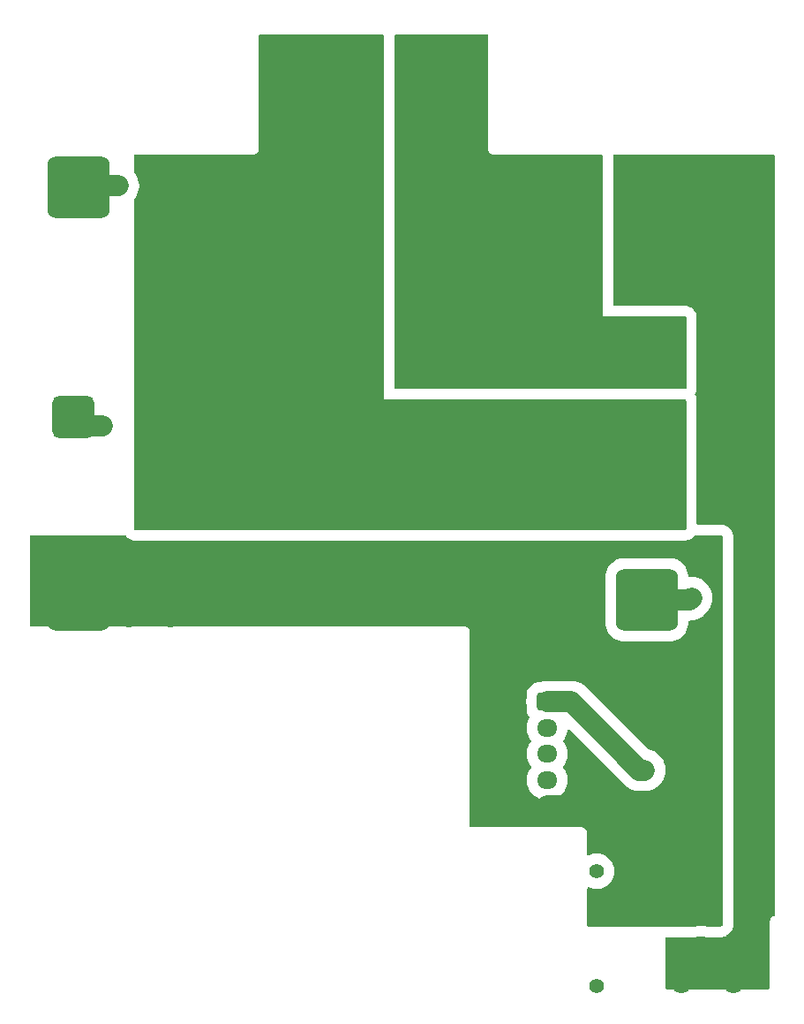
<source format=gtl>
G04 #@! TF.GenerationSoftware,KiCad,Pcbnew,9.0.5*
G04 #@! TF.CreationDate,2025-12-18T19:52:08+01:00*
G04 #@! TF.ProjectId,peak-ignitor-box-bms,7065616b-2d69-4676-9e69-746f722d626f,rev?*
G04 #@! TF.SameCoordinates,Original*
G04 #@! TF.FileFunction,Copper,L1,Top*
G04 #@! TF.FilePolarity,Positive*
%FSLAX46Y46*%
G04 Gerber Fmt 4.6, Leading zero omitted, Abs format (unit mm)*
G04 Created by KiCad (PCBNEW 9.0.5) date 2025-12-18 19:52:08*
%MOMM*%
%LPD*%
G01*
G04 APERTURE LIST*
G04 Aperture macros list*
%AMRoundRect*
0 Rectangle with rounded corners*
0 $1 Rounding radius*
0 $2 $3 $4 $5 $6 $7 $8 $9 X,Y pos of 4 corners*
0 Add a 4 corners polygon primitive as box body*
4,1,4,$2,$3,$4,$5,$6,$7,$8,$9,$2,$3,0*
0 Add four circle primitives for the rounded corners*
1,1,$1+$1,$2,$3*
1,1,$1+$1,$4,$5*
1,1,$1+$1,$6,$7*
1,1,$1+$1,$8,$9*
0 Add four rect primitives between the rounded corners*
20,1,$1+$1,$2,$3,$4,$5,0*
20,1,$1+$1,$4,$5,$6,$7,0*
20,1,$1+$1,$6,$7,$8,$9,0*
20,1,$1+$1,$8,$9,$2,$3,0*%
G04 Aperture macros list end*
G04 #@! TA.AperFunction,ComponentPad*
%ADD10C,7.500000*%
G04 #@! TD*
G04 #@! TA.AperFunction,ComponentPad*
%ADD11RoundRect,0.250000X-0.725000X0.600000X-0.725000X-0.600000X0.725000X-0.600000X0.725000X0.600000X0*%
G04 #@! TD*
G04 #@! TA.AperFunction,ComponentPad*
%ADD12O,1.950000X1.700000*%
G04 #@! TD*
G04 #@! TA.AperFunction,SMDPad,CuDef*
%ADD13RoundRect,0.900000X-2.100000X-2.100000X2.100000X-2.100000X2.100000X2.100000X-2.100000X2.100000X0*%
G04 #@! TD*
G04 #@! TA.AperFunction,SMDPad,CuDef*
%ADD14RoundRect,0.600000X-1.400000X-1.400000X1.400000X-1.400000X1.400000X1.400000X-1.400000X1.400000X0*%
G04 #@! TD*
G04 #@! TA.AperFunction,ComponentPad*
%ADD15C,1.400000*%
G04 #@! TD*
G04 #@! TA.AperFunction,ComponentPad*
%ADD16RoundRect,0.770000X0.980000X-0.980000X0.980000X0.980000X-0.980000X0.980000X-0.980000X-0.980000X0*%
G04 #@! TD*
G04 #@! TA.AperFunction,ComponentPad*
%ADD17C,3.500000*%
G04 #@! TD*
G04 #@! TA.AperFunction,ViaPad*
%ADD18C,1.800000*%
G04 #@! TD*
G04 #@! TA.AperFunction,Conductor*
%ADD19C,2.000000*%
G04 #@! TD*
G04 APERTURE END LIST*
D10*
X115996592Y-27990385D03*
X127981116Y-27996701D03*
D11*
X138150000Y-85950000D03*
D12*
X138150000Y-88450000D03*
X138150000Y-90950000D03*
X138150000Y-93450000D03*
X138150000Y-95950000D03*
D13*
X147723869Y-52685129D03*
X147723869Y-60685129D03*
X93223869Y-76185129D03*
X147723869Y-76185129D03*
D14*
X92723869Y-58685129D03*
D13*
X93223869Y-36685129D03*
X147723869Y-36685129D03*
D15*
X142909018Y-113195107D03*
X142909018Y-102195107D03*
D16*
X152909018Y-105195107D03*
D17*
X152909018Y-110195107D03*
D18*
X136000000Y-54000000D03*
X136000000Y-50000000D03*
X146000000Y-67000000D03*
X148000000Y-65000000D03*
X144000000Y-65000000D03*
X138000000Y-67000000D03*
X142000000Y-67000000D03*
X140000000Y-65000000D03*
X138000000Y-63000000D03*
X142000000Y-63000000D03*
X140000000Y-61000000D03*
X138000000Y-59000000D03*
X142000000Y-59000000D03*
X138000000Y-48000000D03*
X138000000Y-52000000D03*
X142000000Y-48000000D03*
X140000000Y-50000000D03*
X140000000Y-54000000D03*
X144000000Y-54000000D03*
X142000000Y-52000000D03*
X144000000Y-50000000D03*
X157000000Y-92500000D03*
X147500000Y-92500000D03*
X97000000Y-36500000D03*
X95500000Y-59500000D03*
X152000000Y-76000000D03*
X158000000Y-107000000D03*
X151000000Y-113000000D03*
X150000000Y-105000000D03*
X152000000Y-98000000D03*
X154000000Y-100000000D03*
X150000000Y-100000000D03*
X152000000Y-102000000D03*
X98000000Y-78000000D03*
X102000000Y-78000000D03*
X104000000Y-76000000D03*
X102000000Y-74000000D03*
X100000000Y-76000000D03*
X98000000Y-74000000D03*
X158000000Y-111000000D03*
X156000000Y-109000000D03*
X156000000Y-113000000D03*
X146000000Y-41000000D03*
X148000000Y-43000000D03*
X150000000Y-41000000D03*
X152000000Y-43000000D03*
X156000000Y-43000000D03*
X158000000Y-41000000D03*
X154000000Y-41000000D03*
X152000000Y-39000000D03*
X156000000Y-39000000D03*
X158000000Y-37000000D03*
X156000000Y-35000000D03*
X154000000Y-37000000D03*
X152000000Y-35000000D03*
D19*
X151814871Y-76185129D02*
X152000000Y-76000000D01*
X147723869Y-76185129D02*
X151814871Y-76185129D01*
X145500000Y-91000000D02*
X147000000Y-92500000D01*
X147000000Y-92500000D02*
X147500000Y-92500000D01*
X138150000Y-85950000D02*
X140450000Y-85950000D01*
X140450000Y-85950000D02*
X145500000Y-91000000D01*
X97000000Y-36500000D02*
X93408998Y-36500000D01*
X93408998Y-36500000D02*
X93223869Y-36685129D01*
X93538740Y-59500000D02*
X92723869Y-58685129D01*
X95500000Y-59500000D02*
X93538740Y-59500000D01*
X138150000Y-95950000D02*
X145950000Y-95950000D01*
X145950000Y-95950000D02*
X150000000Y-100000000D01*
G04 #@! TA.AperFunction,Conductor*
G36*
X159943039Y-33520185D02*
G01*
X159988794Y-33572989D01*
X160000000Y-33624500D01*
X160000000Y-106386696D01*
X159980315Y-106453735D01*
X159927511Y-106499490D01*
X159908097Y-106506469D01*
X159866853Y-106517520D01*
X159806812Y-106533608D01*
X159692686Y-106599500D01*
X159692683Y-106599502D01*
X159599502Y-106692683D01*
X159599500Y-106692686D01*
X159533608Y-106806812D01*
X159499500Y-106934108D01*
X159499500Y-113376000D01*
X159479815Y-113443039D01*
X159427011Y-113488794D01*
X159375500Y-113500000D01*
X149624000Y-113500000D01*
X149556961Y-113480315D01*
X149511206Y-113427511D01*
X149500000Y-113376000D01*
X149500000Y-108629500D01*
X149519685Y-108562461D01*
X149572489Y-108516706D01*
X149624000Y-108505500D01*
X152342432Y-108505500D01*
X152342447Y-108505500D01*
X152455040Y-108499176D01*
X152482630Y-108496067D01*
X152571732Y-108480928D01*
X152593757Y-108477186D01*
X152593758Y-108477185D01*
X152593774Y-108477183D01*
X152609493Y-108473595D01*
X152623185Y-108471269D01*
X152804090Y-108450886D01*
X152817973Y-108450107D01*
X153000056Y-108450107D01*
X153013939Y-108450887D01*
X153194852Y-108471270D01*
X153208557Y-108473598D01*
X153224253Y-108477181D01*
X153335409Y-108496068D01*
X153362571Y-108499128D01*
X153362964Y-108499173D01*
X153363000Y-108499177D01*
X153475589Y-108505500D01*
X153475606Y-108505500D01*
X154790829Y-108505500D01*
X154790832Y-108505500D01*
X154832808Y-108504623D01*
X154841054Y-108504278D01*
X154841059Y-108504278D01*
X154841680Y-108504252D01*
X154841681Y-108504253D01*
X154842195Y-108504232D01*
X154842199Y-108504231D01*
X154842720Y-108504210D01*
X154843128Y-108504194D01*
X154869716Y-108503193D01*
X154870053Y-108502986D01*
X154889874Y-108499277D01*
X154967530Y-108491209D01*
X154967534Y-108491208D01*
X154967756Y-108491166D01*
X154968187Y-108491047D01*
X154968190Y-108491047D01*
X154982226Y-108487179D01*
X155163740Y-108437418D01*
X155193844Y-108425779D01*
X155223986Y-108414290D01*
X155302028Y-108380701D01*
X155475470Y-108274355D01*
X155475672Y-108274201D01*
X155478162Y-108272296D01*
X155547674Y-108218957D01*
X155553259Y-108215245D01*
X155559320Y-108210640D01*
X155618427Y-108156968D01*
X155619481Y-108156055D01*
X155628434Y-108151961D01*
X155656995Y-108124693D01*
X155656996Y-108124694D01*
X155670127Y-108112158D01*
X155708150Y-108073856D01*
X155715357Y-108064444D01*
X155718585Y-108060954D01*
X155755184Y-108019108D01*
X155790468Y-107966366D01*
X155831850Y-107912332D01*
X155841794Y-107891789D01*
X155850339Y-107876874D01*
X155868312Y-107850011D01*
X155900271Y-107771577D01*
X155903476Y-107764378D01*
X155919999Y-107730251D01*
X155920207Y-107730022D01*
X155921870Y-107725460D01*
X155921882Y-107725427D01*
X155933684Y-107693077D01*
X155944351Y-107663837D01*
X155944351Y-107663834D01*
X155944380Y-107663757D01*
X155944976Y-107661975D01*
X155963596Y-107598558D01*
X155963597Y-107598559D01*
X155964755Y-107594616D01*
X155964762Y-107594586D01*
X155965473Y-107592163D01*
X155965475Y-107592158D01*
X155965484Y-107592126D01*
X155966269Y-107589451D01*
X155966671Y-107586922D01*
X155979591Y-107535060D01*
X155980263Y-107532486D01*
X155988275Y-107503188D01*
X155998241Y-107382856D01*
X155998447Y-107380630D01*
X156005499Y-107311290D01*
X156005500Y-107311289D01*
X156005500Y-70124010D01*
X156005433Y-70112420D01*
X156005433Y-70112412D01*
X155982519Y-69910257D01*
X155971313Y-69858746D01*
X155946784Y-69767062D01*
X155865692Y-69580473D01*
X155865691Y-69580471D01*
X155865689Y-69580468D01*
X155748705Y-69414033D01*
X155748704Y-69414032D01*
X155748700Y-69414026D01*
X155702945Y-69361222D01*
X155583832Y-69244821D01*
X155583830Y-69244819D01*
X155414738Y-69131693D01*
X155414731Y-69131690D01*
X155226328Y-69054916D01*
X155226322Y-69054914D01*
X155159293Y-69035233D01*
X155159295Y-69035233D01*
X155159290Y-69035232D01*
X155078406Y-69015083D01*
X155078402Y-69015082D01*
X155078403Y-69015082D01*
X154876001Y-68994500D01*
X154876000Y-68994500D01*
X152629500Y-68994500D01*
X152562461Y-68974815D01*
X152516706Y-68922011D01*
X152505500Y-68870500D01*
X152505500Y-57124010D01*
X152505433Y-57112420D01*
X152505433Y-57112412D01*
X152482519Y-56910257D01*
X152471313Y-56858746D01*
X152446784Y-56767062D01*
X152365692Y-56580473D01*
X152357240Y-56568449D01*
X152334794Y-56502285D01*
X152351681Y-56434487D01*
X152355612Y-56428212D01*
X152368308Y-56409236D01*
X152445083Y-56220829D01*
X152464768Y-56153790D01*
X152484917Y-56072906D01*
X152505500Y-55870500D01*
X152505500Y-49124000D01*
X152505433Y-49112412D01*
X152482519Y-48910257D01*
X152471313Y-48858746D01*
X152446784Y-48767062D01*
X152365692Y-48580473D01*
X152365691Y-48580471D01*
X152365689Y-48580468D01*
X152248705Y-48414033D01*
X152248704Y-48414032D01*
X152248700Y-48414026D01*
X152202945Y-48361222D01*
X152083832Y-48244821D01*
X152083830Y-48244819D01*
X151914738Y-48131693D01*
X151914731Y-48131690D01*
X151726328Y-48054916D01*
X151726322Y-48054914D01*
X151659293Y-48035233D01*
X151659295Y-48035233D01*
X151659290Y-48035232D01*
X151578406Y-48015083D01*
X151578402Y-48015082D01*
X151578403Y-48015082D01*
X151376001Y-47994500D01*
X151376000Y-47994500D01*
X144629500Y-47994500D01*
X144562461Y-47974815D01*
X144516706Y-47922011D01*
X144505500Y-47870500D01*
X144505500Y-33624500D01*
X144525185Y-33557461D01*
X144577989Y-33511706D01*
X144629500Y-33500500D01*
X159876000Y-33500500D01*
X159943039Y-33520185D01*
G37*
G04 #@! TD.AperFunction*
G04 #@! TA.AperFunction,Conductor*
G36*
X132442539Y-22019685D02*
G01*
X132488294Y-22072489D01*
X132499500Y-22124000D01*
X132499500Y-33065891D01*
X132533608Y-33193187D01*
X132566554Y-33250250D01*
X132599500Y-33307314D01*
X132692686Y-33400500D01*
X132806814Y-33466392D01*
X132934108Y-33500500D01*
X133065892Y-33500500D01*
X143376000Y-33500500D01*
X143443039Y-33520185D01*
X143488794Y-33572989D01*
X143500000Y-33624500D01*
X143500000Y-49000000D01*
X151376000Y-49000000D01*
X151443039Y-49019685D01*
X151488794Y-49072489D01*
X151500000Y-49124000D01*
X151500000Y-55870500D01*
X151480315Y-55937539D01*
X151427511Y-55983294D01*
X151376000Y-55994500D01*
X123629500Y-55994500D01*
X123562461Y-55974815D01*
X123516706Y-55922011D01*
X123505500Y-55870500D01*
X123505500Y-22124000D01*
X123525185Y-22056961D01*
X123577989Y-22011206D01*
X123629500Y-22000000D01*
X132375500Y-22000000D01*
X132442539Y-22019685D01*
G37*
G04 #@! TD.AperFunction*
G04 #@! TA.AperFunction,Conductor*
G36*
X122443039Y-22019685D02*
G01*
X122488794Y-22072489D01*
X122500000Y-22124000D01*
X122500000Y-57000000D01*
X151376000Y-57000000D01*
X151443039Y-57019685D01*
X151488794Y-57072489D01*
X151500000Y-57124000D01*
X151500000Y-69376000D01*
X151480315Y-69443039D01*
X151427511Y-69488794D01*
X151376000Y-69500000D01*
X98624000Y-69500000D01*
X98556961Y-69480315D01*
X98511206Y-69427511D01*
X98500000Y-69376000D01*
X98500000Y-37873432D01*
X98519685Y-37806393D01*
X98525615Y-37797958D01*
X98666924Y-37613803D01*
X98798043Y-37386697D01*
X98898398Y-37144419D01*
X98966270Y-36891116D01*
X99000500Y-36631120D01*
X99000500Y-36368880D01*
X98966270Y-36108884D01*
X98898398Y-35855581D01*
X98892927Y-35842373D01*
X98798046Y-35613309D01*
X98798041Y-35613299D01*
X98666924Y-35386196D01*
X98525625Y-35202054D01*
X98500430Y-35136885D01*
X98500000Y-35126567D01*
X98500000Y-33624500D01*
X98519685Y-33557461D01*
X98572489Y-33511706D01*
X98624000Y-33500500D01*
X110065890Y-33500500D01*
X110065892Y-33500500D01*
X110193186Y-33466392D01*
X110307314Y-33400500D01*
X110400500Y-33307314D01*
X110466392Y-33193186D01*
X110500500Y-33065892D01*
X110500500Y-24934108D01*
X110500500Y-22124000D01*
X110520185Y-22056961D01*
X110572989Y-22011206D01*
X110624500Y-22000000D01*
X122376000Y-22000000D01*
X122443039Y-22019685D01*
G37*
G04 #@! TD.AperFunction*
G04 #@! TA.AperFunction,Conductor*
G36*
X97693500Y-70019685D02*
G01*
X97727908Y-70052694D01*
X97751300Y-70085974D01*
X97797055Y-70138778D01*
X97916168Y-70255179D01*
X98085264Y-70368308D01*
X98273671Y-70445083D01*
X98273677Y-70445085D01*
X98288687Y-70449492D01*
X98340710Y-70464768D01*
X98421594Y-70484917D01*
X98556531Y-70498639D01*
X98623999Y-70505500D01*
X98624000Y-70505500D01*
X151375990Y-70505500D01*
X151376000Y-70505500D01*
X151387588Y-70505433D01*
X151589743Y-70482519D01*
X151641254Y-70471313D01*
X151732938Y-70446784D01*
X151919527Y-70365692D01*
X152085974Y-70248700D01*
X152138778Y-70202945D01*
X152255179Y-70083832D01*
X152274435Y-70055048D01*
X152328073Y-70010276D01*
X152377497Y-70000000D01*
X154876000Y-70000000D01*
X154943039Y-70019685D01*
X154988794Y-70072489D01*
X155000000Y-70124000D01*
X155000000Y-107311282D01*
X154998842Y-107315225D01*
X154999745Y-107319237D01*
X154989078Y-107348477D01*
X154980315Y-107378321D01*
X154976806Y-107382116D01*
X154975800Y-107384876D01*
X154962669Y-107397412D01*
X154951023Y-107410012D01*
X154944962Y-107414617D01*
X154941873Y-107416401D01*
X154866057Y-107474576D01*
X154865855Y-107474730D01*
X154833452Y-107487081D01*
X154801149Y-107499570D01*
X154800635Y-107499591D01*
X154800568Y-107499617D01*
X154800477Y-107499597D01*
X154790832Y-107500000D01*
X153475589Y-107500000D01*
X153447998Y-107496891D01*
X153370470Y-107479196D01*
X153370467Y-107479195D01*
X153370455Y-107479193D01*
X153063489Y-107444607D01*
X153063483Y-107444607D01*
X152754553Y-107444607D01*
X152754546Y-107444607D01*
X152447580Y-107479193D01*
X152447566Y-107479196D01*
X152370037Y-107496891D01*
X152342447Y-107500000D01*
X142124500Y-107500000D01*
X142057461Y-107480315D01*
X142011706Y-107427511D01*
X142000500Y-107376000D01*
X142000500Y-103844974D01*
X142020185Y-103777935D01*
X142072989Y-103732180D01*
X142142147Y-103722236D01*
X142171951Y-103730412D01*
X142361237Y-103808817D01*
X142576555Y-103866511D01*
X142797561Y-103895607D01*
X142797568Y-103895607D01*
X143020468Y-103895607D01*
X143020475Y-103895607D01*
X143241481Y-103866511D01*
X143456799Y-103808817D01*
X143662744Y-103723512D01*
X143855792Y-103612055D01*
X144032642Y-103476354D01*
X144190265Y-103318731D01*
X144325966Y-103141881D01*
X144437423Y-102948833D01*
X144522728Y-102742888D01*
X144580422Y-102527570D01*
X144609518Y-102306564D01*
X144609518Y-102083650D01*
X144580422Y-101862644D01*
X144522728Y-101647326D01*
X144437423Y-101441381D01*
X144325966Y-101248333D01*
X144190265Y-101071483D01*
X144190260Y-101071477D01*
X144032647Y-100913864D01*
X144032640Y-100913858D01*
X143855800Y-100778165D01*
X143855798Y-100778164D01*
X143855792Y-100778159D01*
X143662744Y-100666702D01*
X143662740Y-100666700D01*
X143456808Y-100581400D01*
X143456801Y-100581398D01*
X143456799Y-100581397D01*
X143241481Y-100523703D01*
X143241475Y-100523702D01*
X143241470Y-100523701D01*
X143020484Y-100494608D01*
X143020481Y-100494607D01*
X143020475Y-100494607D01*
X142797561Y-100494607D01*
X142797555Y-100494607D01*
X142797551Y-100494608D01*
X142576565Y-100523701D01*
X142576558Y-100523702D01*
X142576555Y-100523703D01*
X142381734Y-100575905D01*
X142361237Y-100581397D01*
X142361221Y-100581402D01*
X142171952Y-100659800D01*
X142102483Y-100667269D01*
X142040004Y-100635994D01*
X142004352Y-100575905D01*
X142000500Y-100545239D01*
X142000500Y-98434110D01*
X142000500Y-98434108D01*
X141966392Y-98306814D01*
X141900500Y-98192686D01*
X141807314Y-98099500D01*
X141750250Y-98066554D01*
X141693187Y-98033608D01*
X141629539Y-98016554D01*
X141565892Y-97999500D01*
X141565891Y-97999500D01*
X130824500Y-97999500D01*
X130757461Y-97979815D01*
X130711706Y-97927011D01*
X130700500Y-97875500D01*
X130700500Y-85818880D01*
X136149500Y-85818880D01*
X136149500Y-85822782D01*
X136149500Y-86081113D01*
X136149501Y-86081129D01*
X136173439Y-86262955D01*
X136174500Y-86279140D01*
X136174500Y-86614208D01*
X136174501Y-86614223D01*
X136184904Y-86746413D01*
X136184905Y-86746420D01*
X136239902Y-86964678D01*
X136239903Y-86964681D01*
X136332991Y-87169622D01*
X136332997Y-87169632D01*
X136448863Y-87336876D01*
X136470860Y-87403193D01*
X136454322Y-87469492D01*
X136361777Y-87629784D01*
X136361773Y-87629794D01*
X136268947Y-87853895D01*
X136206161Y-88088214D01*
X136174500Y-88328711D01*
X136174500Y-88571288D01*
X136206161Y-88811785D01*
X136268947Y-89046104D01*
X136361773Y-89270205D01*
X136361776Y-89270212D01*
X136483064Y-89480289D01*
X136483066Y-89480292D01*
X136483067Y-89480293D01*
X136593731Y-89624514D01*
X136618925Y-89689683D01*
X136604887Y-89758128D01*
X136593731Y-89775486D01*
X136483067Y-89919706D01*
X136361777Y-90129785D01*
X136361773Y-90129794D01*
X136268947Y-90353895D01*
X136206161Y-90588214D01*
X136174500Y-90828711D01*
X136174500Y-91071288D01*
X136206161Y-91311785D01*
X136268947Y-91546104D01*
X136361773Y-91770205D01*
X136361776Y-91770212D01*
X136483064Y-91980289D01*
X136483066Y-91980292D01*
X136483067Y-91980293D01*
X136593731Y-92124514D01*
X136618925Y-92189683D01*
X136604887Y-92258128D01*
X136593731Y-92275486D01*
X136483067Y-92419706D01*
X136361777Y-92629785D01*
X136361773Y-92629794D01*
X136268947Y-92853895D01*
X136206161Y-93088214D01*
X136174500Y-93328711D01*
X136174500Y-93571288D01*
X136206161Y-93811785D01*
X136268947Y-94046104D01*
X136361773Y-94270205D01*
X136361776Y-94270212D01*
X136483064Y-94480289D01*
X136483066Y-94480292D01*
X136483067Y-94480293D01*
X136630733Y-94672736D01*
X136630739Y-94672743D01*
X136802256Y-94844260D01*
X136802262Y-94844265D01*
X136994711Y-94991936D01*
X137204788Y-95113224D01*
X137428900Y-95206054D01*
X137663211Y-95268838D01*
X137843586Y-95292584D01*
X137903711Y-95300500D01*
X137903712Y-95300500D01*
X138396289Y-95300500D01*
X138444388Y-95294167D01*
X138636789Y-95268838D01*
X138871100Y-95206054D01*
X139095212Y-95113224D01*
X139305289Y-94991936D01*
X139497738Y-94844265D01*
X139669265Y-94672738D01*
X139816936Y-94480289D01*
X139938224Y-94270212D01*
X140031054Y-94046100D01*
X140093838Y-93811789D01*
X140125500Y-93571288D01*
X140125500Y-93328712D01*
X140093838Y-93088211D01*
X140031054Y-92853900D01*
X139938224Y-92629788D01*
X139816936Y-92419711D01*
X139706266Y-92275483D01*
X139681074Y-92210317D01*
X139695112Y-92141873D01*
X139706261Y-92124523D01*
X139816936Y-91980289D01*
X139938224Y-91770212D01*
X140031054Y-91546100D01*
X140093838Y-91311789D01*
X140125500Y-91071288D01*
X140125500Y-90828712D01*
X140093838Y-90588211D01*
X140031054Y-90353900D01*
X139938224Y-90129788D01*
X139816936Y-89919711D01*
X139706266Y-89775483D01*
X139681074Y-89710317D01*
X139695112Y-89641873D01*
X139706261Y-89624523D01*
X139816936Y-89480289D01*
X139938224Y-89270212D01*
X140031054Y-89046100D01*
X140093838Y-88811789D01*
X140106251Y-88717499D01*
X140134515Y-88653605D01*
X140192839Y-88615133D01*
X140262704Y-88614301D01*
X140316870Y-88646005D01*
X144182467Y-92511603D01*
X144182489Y-92511623D01*
X145678140Y-94007276D01*
X145678145Y-94007280D01*
X145678148Y-94007283D01*
X145782172Y-94087102D01*
X145782173Y-94087104D01*
X145886197Y-94166924D01*
X146113299Y-94298041D01*
X146113300Y-94298041D01*
X146113303Y-94298043D01*
X146355581Y-94398398D01*
X146608884Y-94466271D01*
X146738882Y-94483385D01*
X146868880Y-94500500D01*
X146868887Y-94500500D01*
X147631113Y-94500500D01*
X147631120Y-94500500D01*
X147891116Y-94466270D01*
X148144419Y-94398398D01*
X148386697Y-94298043D01*
X148613803Y-94166924D01*
X148821851Y-94007282D01*
X148821857Y-94007276D01*
X148821860Y-94007274D01*
X149007274Y-93821860D01*
X149007277Y-93821855D01*
X149007282Y-93821851D01*
X149166924Y-93613803D01*
X149298043Y-93386697D01*
X149398398Y-93144419D01*
X149466270Y-92891116D01*
X149500500Y-92631120D01*
X149500500Y-92368880D01*
X149466270Y-92108884D01*
X149398398Y-91855581D01*
X149363034Y-91770205D01*
X149298046Y-91613309D01*
X149298041Y-91613299D01*
X149166924Y-91386196D01*
X149007281Y-91178148D01*
X149007274Y-91178140D01*
X148821860Y-90992726D01*
X148821851Y-90992718D01*
X148613803Y-90833075D01*
X148386700Y-90701958D01*
X148386690Y-90701953D01*
X148144428Y-90601605D01*
X148144421Y-90601603D01*
X148144419Y-90601602D01*
X147891116Y-90533730D01*
X147891113Y-90533729D01*
X147887196Y-90532680D01*
X147887553Y-90531344D01*
X147830818Y-90501656D01*
X147829252Y-90500117D01*
X147011623Y-89682489D01*
X147011603Y-89682467D01*
X141771856Y-84442721D01*
X141771849Y-84442715D01*
X141654131Y-84352388D01*
X141654130Y-84352387D01*
X141563803Y-84283075D01*
X141336700Y-84151958D01*
X141336690Y-84151954D01*
X141094419Y-84051602D01*
X140841116Y-83983729D01*
X140841115Y-83983728D01*
X140841112Y-83983728D01*
X140711118Y-83966615D01*
X140581127Y-83949500D01*
X140581120Y-83949500D01*
X138018880Y-83949500D01*
X138018872Y-83949500D01*
X137787772Y-83979926D01*
X137758884Y-83983730D01*
X137505581Y-84051602D01*
X137505572Y-84051605D01*
X137412727Y-84090062D01*
X137365294Y-84099500D01*
X137360800Y-84099500D01*
X137360774Y-84099501D01*
X137228586Y-84109904D01*
X137228579Y-84109905D01*
X137010321Y-84164902D01*
X137010318Y-84164903D01*
X136805377Y-84257991D01*
X136805367Y-84257997D01*
X136620354Y-84386174D01*
X136620342Y-84386184D01*
X136461184Y-84545342D01*
X136461174Y-84545354D01*
X136332997Y-84730367D01*
X136332991Y-84730377D01*
X136239903Y-84935318D01*
X136239902Y-84935321D01*
X136184905Y-85153579D01*
X136184904Y-85153586D01*
X136174500Y-85285777D01*
X136174500Y-85620862D01*
X136173478Y-85636438D01*
X136173482Y-85636713D01*
X136149500Y-85818880D01*
X130700500Y-85818880D01*
X130700500Y-79184110D01*
X130700500Y-79184108D01*
X130666392Y-79056814D01*
X130600500Y-78942686D01*
X130507314Y-78849500D01*
X130450250Y-78816554D01*
X130393187Y-78783608D01*
X130329539Y-78766554D01*
X130265892Y-78749500D01*
X88624000Y-78749500D01*
X88556961Y-78729815D01*
X88511206Y-78677011D01*
X88500000Y-78625500D01*
X88500000Y-74005710D01*
X143723369Y-74005710D01*
X143723369Y-74005718D01*
X143723369Y-74005719D01*
X143723369Y-78364537D01*
X143733839Y-78528108D01*
X143753675Y-78625500D01*
X143789358Y-78800706D01*
X143881985Y-79056814D01*
X143883979Y-79062326D01*
X144015676Y-79307364D01*
X144015681Y-79307372D01*
X144181647Y-79530618D01*
X144181663Y-79530637D01*
X144378360Y-79727334D01*
X144378366Y-79727339D01*
X144378370Y-79727343D01*
X144378375Y-79727347D01*
X144378379Y-79727350D01*
X144601625Y-79893316D01*
X144601633Y-79893321D01*
X144846671Y-80025018D01*
X144846672Y-80025018D01*
X144846679Y-80025022D01*
X145108292Y-80119640D01*
X145380893Y-80175159D01*
X145544450Y-80185629D01*
X149903287Y-80185628D01*
X150066845Y-80175159D01*
X150339446Y-80119640D01*
X150601059Y-80025022D01*
X150846107Y-79893320D01*
X151069368Y-79727343D01*
X151266083Y-79530628D01*
X151432060Y-79307367D01*
X151563762Y-79062319D01*
X151658380Y-78800706D01*
X151713899Y-78528105D01*
X151724369Y-78364548D01*
X151724369Y-78309629D01*
X151725602Y-78305429D01*
X151724659Y-78301156D01*
X151735359Y-78272199D01*
X151744054Y-78242590D01*
X151747360Y-78239725D01*
X151748878Y-78235618D01*
X151773539Y-78217040D01*
X151796858Y-78196835D01*
X151802175Y-78195469D01*
X151804685Y-78193579D01*
X151821321Y-78190551D01*
X151839150Y-78185972D01*
X151843750Y-78185629D01*
X151945991Y-78185629D01*
X152075989Y-78168514D01*
X152205987Y-78151400D01*
X152459290Y-78083527D01*
X152701568Y-77983172D01*
X152928674Y-77852053D01*
X153019002Y-77782740D01*
X153136722Y-77692412D01*
X153507283Y-77321851D01*
X153666924Y-77113802D01*
X153798043Y-76886697D01*
X153898398Y-76644419D01*
X153966271Y-76391116D01*
X154000499Y-76131119D01*
X154000499Y-75868880D01*
X153966271Y-75608884D01*
X153898398Y-75355581D01*
X153798043Y-75113303D01*
X153666924Y-74886198D01*
X153507283Y-74678149D01*
X153507278Y-74678143D01*
X153321856Y-74492721D01*
X153321849Y-74492715D01*
X153113801Y-74333075D01*
X152886700Y-74201958D01*
X152886690Y-74201954D01*
X152644419Y-74101602D01*
X152391112Y-74033728D01*
X152131121Y-73999501D01*
X152131120Y-73999501D01*
X151868881Y-73999501D01*
X151868877Y-73999501D01*
X151856633Y-74001112D01*
X151787599Y-73990342D01*
X151735346Y-73943958D01*
X151716711Y-73886095D01*
X151713899Y-73842153D01*
X151658380Y-73569552D01*
X151563762Y-73307939D01*
X151432060Y-73062891D01*
X151266083Y-72839630D01*
X151266079Y-72839626D01*
X151266074Y-72839620D01*
X151069377Y-72642923D01*
X151069370Y-72642917D01*
X151069368Y-72642915D01*
X151069363Y-72642911D01*
X151069358Y-72642907D01*
X150846112Y-72476941D01*
X150846104Y-72476936D01*
X150601066Y-72345239D01*
X150601061Y-72345237D01*
X150601059Y-72345236D01*
X150339446Y-72250618D01*
X150066845Y-72195099D01*
X149903288Y-72184629D01*
X149903278Y-72184629D01*
X145544460Y-72184629D01*
X145380889Y-72195099D01*
X145223090Y-72227237D01*
X145108292Y-72250618D01*
X144846679Y-72345236D01*
X144846671Y-72345239D01*
X144601633Y-72476936D01*
X144601625Y-72476941D01*
X144378379Y-72642907D01*
X144378360Y-72642923D01*
X144181663Y-72839620D01*
X144181647Y-72839639D01*
X144015681Y-73062885D01*
X144015676Y-73062893D01*
X143883979Y-73307931D01*
X143883976Y-73307938D01*
X143883976Y-73307939D01*
X143789358Y-73569552D01*
X143733839Y-73842153D01*
X143723369Y-74005710D01*
X88500000Y-74005710D01*
X88500000Y-70124000D01*
X88519685Y-70056961D01*
X88572489Y-70011206D01*
X88624000Y-70000000D01*
X97626461Y-70000000D01*
X97693500Y-70019685D01*
G37*
G04 #@! TD.AperFunction*
M02*

</source>
